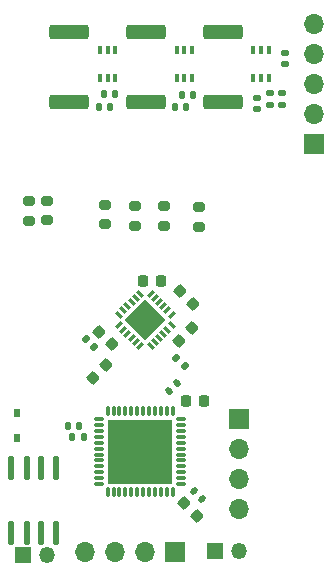
<source format=gbs>
G04 #@! TF.GenerationSoftware,KiCad,Pcbnew,8.0.4*
G04 #@! TF.CreationDate,2024-09-18T18:28:34+10:00*
G04 #@! TF.ProjectId,ESC,4553432e-6b69-4636-9164-5f7063625858,rev?*
G04 #@! TF.SameCoordinates,Original*
G04 #@! TF.FileFunction,Soldermask,Bot*
G04 #@! TF.FilePolarity,Negative*
%FSLAX46Y46*%
G04 Gerber Fmt 4.6, Leading zero omitted, Abs format (unit mm)*
G04 Created by KiCad (PCBNEW 8.0.4) date 2024-09-18 18:28:34*
%MOMM*%
%LPD*%
G01*
G04 APERTURE LIST*
G04 Aperture macros list*
%AMRoundRect*
0 Rectangle with rounded corners*
0 $1 Rounding radius*
0 $2 $3 $4 $5 $6 $7 $8 $9 X,Y pos of 4 corners*
0 Add a 4 corners polygon primitive as box body*
4,1,4,$2,$3,$4,$5,$6,$7,$8,$9,$2,$3,0*
0 Add four circle primitives for the rounded corners*
1,1,$1+$1,$2,$3*
1,1,$1+$1,$4,$5*
1,1,$1+$1,$6,$7*
1,1,$1+$1,$8,$9*
0 Add four rect primitives between the rounded corners*
20,1,$1+$1,$2,$3,$4,$5,0*
20,1,$1+$1,$4,$5,$6,$7,0*
20,1,$1+$1,$6,$7,$8,$9,0*
20,1,$1+$1,$8,$9,$2,$3,0*%
%AMRotRect*
0 Rectangle, with rotation*
0 The origin of the aperture is its center*
0 $1 length*
0 $2 width*
0 $3 Rotation angle, in degrees counterclockwise*
0 Add horizontal line*
21,1,$1,$2,0,0,$3*%
G04 Aperture macros list end*
%ADD10R,1.700000X1.700000*%
%ADD11O,1.700000X1.700000*%
%ADD12R,1.350000X1.350000*%
%ADD13O,1.350000X1.350000*%
%ADD14RoundRect,0.225000X-0.017678X0.335876X-0.335876X0.017678X0.017678X-0.335876X0.335876X-0.017678X0*%
%ADD15RoundRect,0.225000X-0.225000X-0.250000X0.225000X-0.250000X0.225000X0.250000X-0.225000X0.250000X0*%
%ADD16RoundRect,0.135000X-0.185000X0.135000X-0.185000X-0.135000X0.185000X-0.135000X0.185000X0.135000X0*%
%ADD17RoundRect,0.140000X0.140000X0.170000X-0.140000X0.170000X-0.140000X-0.170000X0.140000X-0.170000X0*%
%ADD18RoundRect,0.140000X-0.140000X-0.170000X0.140000X-0.170000X0.140000X0.170000X-0.140000X0.170000X0*%
%ADD19O,0.590000X2.050000*%
%ADD20RoundRect,0.135000X-0.226274X-0.035355X-0.035355X-0.226274X0.226274X0.035355X0.035355X0.226274X0*%
%ADD21RoundRect,0.200000X0.275000X-0.200000X0.275000X0.200000X-0.275000X0.200000X-0.275000X-0.200000X0*%
%ADD22RoundRect,0.140000X0.170000X-0.140000X0.170000X0.140000X-0.170000X0.140000X-0.170000X-0.140000X0*%
%ADD23RoundRect,0.135000X0.185000X-0.135000X0.185000X0.135000X-0.185000X0.135000X-0.185000X-0.135000X0*%
%ADD24RoundRect,0.140000X0.021213X-0.219203X0.219203X-0.021213X-0.021213X0.219203X-0.219203X0.021213X0*%
%ADD25R,0.400000X0.800000*%
%ADD26RoundRect,0.225000X0.017678X-0.335876X0.335876X-0.017678X-0.017678X0.335876X-0.335876X0.017678X0*%
%ADD27R,0.500000X0.780000*%
%ADD28RoundRect,0.225000X0.225000X0.250000X-0.225000X0.250000X-0.225000X-0.250000X0.225000X-0.250000X0*%
%ADD29RoundRect,0.250000X-1.425000X0.362500X-1.425000X-0.362500X1.425000X-0.362500X1.425000X0.362500X0*%
%ADD30RoundRect,0.225000X-0.335876X-0.017678X-0.017678X-0.335876X0.335876X0.017678X0.017678X0.335876X0*%
%ADD31O,0.280000X0.900000*%
%ADD32O,0.900000X0.280000*%
%ADD33R,5.500000X5.500000*%
%ADD34RotRect,0.600000X0.250000X45.000000*%
%ADD35RotRect,0.250000X0.600000X45.000000*%
%ADD36RotRect,2.450000X2.450000X45.000000*%
%ADD37RoundRect,0.140000X-0.219203X-0.021213X-0.021213X-0.219203X0.219203X0.021213X0.021213X0.219203X0*%
%ADD38RoundRect,0.135000X0.226274X0.035355X0.035355X0.226274X-0.226274X-0.035355X-0.035355X-0.226274X0*%
%ADD39RoundRect,0.225000X0.335876X0.017678X0.017678X0.335876X-0.335876X-0.017678X-0.017678X-0.335876X0*%
%ADD40RoundRect,0.140000X-0.170000X0.140000X-0.170000X-0.140000X0.170000X-0.140000X0.170000X0.140000X0*%
G04 APERTURE END LIST*
D10*
X121750000Y-63170000D03*
D11*
X121750000Y-65710000D03*
X121750000Y-68250000D03*
X121750000Y-70790000D03*
D10*
X128125000Y-39900000D03*
D11*
X128125000Y-37360000D03*
X128125000Y-34820000D03*
X128125000Y-32280000D03*
X128125000Y-29740000D03*
D10*
X116390000Y-74500000D03*
D11*
X113850000Y-74500000D03*
X111310001Y-74500000D03*
X108770000Y-74500000D03*
D12*
X103475000Y-74750000D03*
D13*
X105475001Y-74750000D03*
D12*
X119775000Y-74350000D03*
D13*
X121775001Y-74350000D03*
D14*
X110496016Y-58603984D03*
X109400000Y-59700000D03*
D15*
X117250000Y-61700000D03*
X118800000Y-61700000D03*
D16*
X124400000Y-35580002D03*
X124400000Y-36600000D03*
D17*
X117880000Y-35800000D03*
X116920000Y-35800000D03*
X108225000Y-63800000D03*
X107265000Y-63800000D03*
D18*
X116340000Y-36800000D03*
X117300000Y-36800000D03*
D19*
X102500000Y-67335000D03*
X103780000Y-67335000D03*
X105040000Y-67335000D03*
X106310000Y-67335000D03*
X106310000Y-72875000D03*
X105040000Y-72875000D03*
X103780000Y-72875000D03*
X102500000Y-72875000D03*
D20*
X116439376Y-58039376D03*
X117160624Y-58760624D03*
D18*
X109920000Y-36800000D03*
X110880000Y-36800000D03*
D21*
X118350000Y-46925000D03*
X118350000Y-45275000D03*
D22*
X125700000Y-33180000D03*
X125700000Y-32220000D03*
D23*
X125400000Y-36619998D03*
X125400000Y-35600000D03*
D24*
X115821178Y-60878822D03*
X116500000Y-60200000D03*
D17*
X108610000Y-64750000D03*
X107650000Y-64750000D03*
D21*
X110400000Y-46725000D03*
X110400000Y-45075000D03*
X113000000Y-46850000D03*
X113000000Y-45200000D03*
D25*
X124282500Y-34300000D03*
X123632500Y-34300000D03*
X122982500Y-34300000D03*
X122982500Y-32000000D03*
X123632500Y-32000000D03*
X124282500Y-32000000D03*
D26*
X116700000Y-56600000D03*
X117796016Y-55503984D03*
D27*
X103000000Y-64780000D03*
X103000000Y-62700000D03*
D28*
X115200000Y-51500000D03*
X113650000Y-51500000D03*
D21*
X105500000Y-46400000D03*
X105500000Y-44750000D03*
D29*
X113890606Y-30437500D03*
X113890606Y-36362500D03*
D30*
X117121178Y-70321178D03*
X118217194Y-71417194D03*
D31*
X116150000Y-69425000D03*
X115650000Y-69425000D03*
X115150000Y-69425000D03*
X114650000Y-69425000D03*
X114150000Y-69425000D03*
X113650000Y-69425000D03*
X113150000Y-69425000D03*
X112650000Y-69425000D03*
X112150000Y-69425000D03*
X111650000Y-69425000D03*
X111150000Y-69425000D03*
X110650000Y-69425000D03*
D32*
X109950000Y-68725000D03*
X109950000Y-68225000D03*
X109950000Y-67725000D03*
X109950000Y-67225000D03*
X109950000Y-66725000D03*
X109950000Y-66225000D03*
X109950000Y-65725000D03*
X109950000Y-65225000D03*
X109950000Y-64725000D03*
X109950000Y-64225000D03*
X109950000Y-63725000D03*
X109950000Y-63225000D03*
D31*
X110650000Y-62525000D03*
X111150000Y-62525000D03*
X111650000Y-62525000D03*
X112150000Y-62525000D03*
X112650000Y-62525000D03*
X113150000Y-62525000D03*
X113650000Y-62525000D03*
X114150000Y-62525000D03*
X114650000Y-62525000D03*
X115150000Y-62525000D03*
X115650000Y-62525000D03*
X116150000Y-62525000D03*
D32*
X116850000Y-63225000D03*
X116850000Y-63725000D03*
X116850000Y-64225000D03*
X116850000Y-64725000D03*
X116850000Y-65225000D03*
X116850000Y-65725000D03*
X116850000Y-66225000D03*
X116850000Y-66725000D03*
X116850000Y-67225000D03*
X116850000Y-67725000D03*
X116850000Y-68225000D03*
X116850000Y-68725000D03*
D33*
X113400000Y-65975000D03*
D34*
X113380761Y-57054770D03*
X113027207Y-56701217D03*
X112673654Y-56347664D03*
X112320100Y-55994110D03*
X111966547Y-55640557D03*
X111612994Y-55287003D03*
D35*
X111612994Y-54367765D03*
X111966547Y-54014211D03*
X112320100Y-53660658D03*
X112673654Y-53307104D03*
X113027207Y-52953551D03*
X113380761Y-52599998D03*
D34*
X114299999Y-52599998D03*
X114653553Y-52953551D03*
X115007106Y-53307104D03*
X115360660Y-53660658D03*
X115714213Y-54014211D03*
X116067766Y-54367765D03*
D35*
X116067766Y-55287003D03*
X115714213Y-55640557D03*
X115360660Y-55994110D03*
X115007106Y-56347664D03*
X114653553Y-56701217D03*
X114299999Y-57054770D03*
D36*
X113840380Y-54827384D03*
D37*
X117921178Y-69321178D03*
X118600000Y-70000000D03*
D25*
X111300000Y-34300000D03*
X110650000Y-34300000D03*
X110000000Y-34300000D03*
X110000000Y-32000000D03*
X110650000Y-32000000D03*
X111300000Y-32000000D03*
D38*
X109521248Y-57121248D03*
X108800000Y-56400000D03*
D29*
X120400000Y-30437500D03*
X120400000Y-36362500D03*
X107400000Y-30450000D03*
X107400000Y-36375000D03*
D21*
X103950000Y-46425000D03*
X103950000Y-44775000D03*
X115400000Y-46850000D03*
X115400000Y-45200000D03*
D39*
X117896016Y-53496016D03*
X116800000Y-52400000D03*
D17*
X111300000Y-35700000D03*
X110340000Y-35700000D03*
D39*
X111000000Y-56900000D03*
X109903984Y-55803984D03*
D25*
X117800000Y-34300000D03*
X117150000Y-34300000D03*
X116500000Y-34300000D03*
X116500000Y-32000000D03*
X117150000Y-32000000D03*
X117800000Y-32000000D03*
D40*
X123300000Y-36020000D03*
X123300000Y-36980000D03*
M02*

</source>
